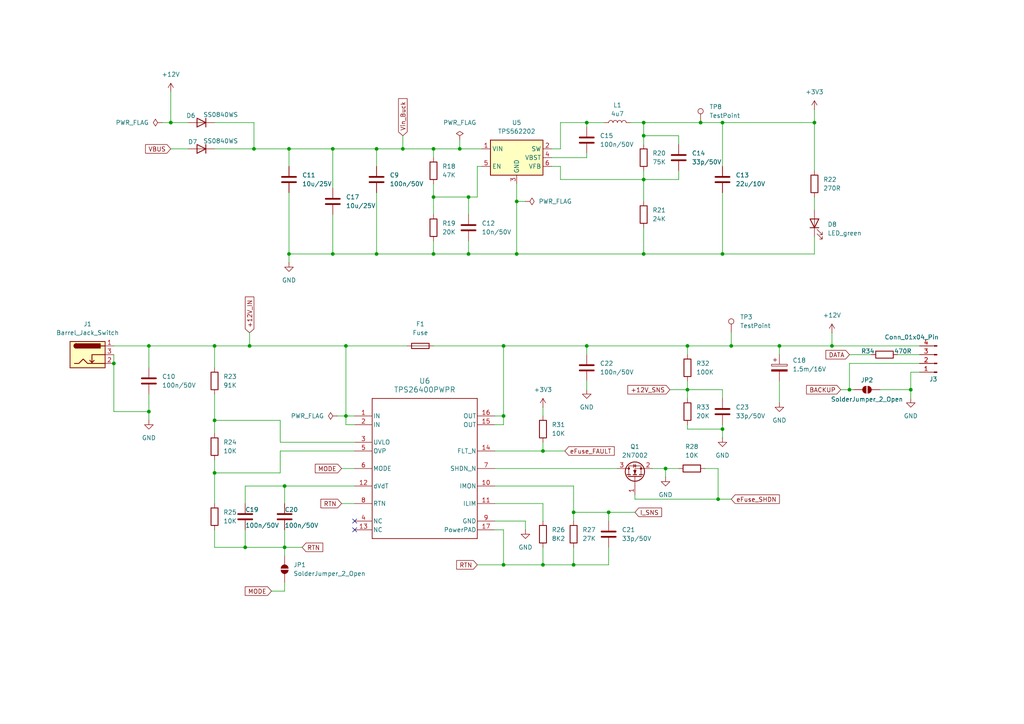
<source format=kicad_sch>
(kicad_sch (version 20250114) (generator "eeschema") (generator_version "9.0")
  (paper "A4")
  (title_block (title "Power and Regler"))
  (lib_symbols
    (symbol "2025-09-12_18-20-04:TPS26400PWPR" (pin_names (offset 0.254))
      (property "Reference" "U" (at 0 2.54 0))
      (property "Value" "TPS26400PWPR" (at 0 0 0))
      (symbol "TPS26400PWPR_0_1"
        (polyline (pts (xy 5.08 5.08) (xy 5.08 -35.56)) (stroke (width 0.2032)))
        (polyline (pts (xy 5.08 -35.56) (xy 35.56 -35.56)) (stroke (width 0.2032)))
        (polyline (pts (xy 35.56 5.08) (xy 5.08 5.08)) (stroke (width 0.2032)))
        (polyline (pts (xy 35.56 -35.56) (xy 35.56 5.08)) (stroke (width 0.2032)))
        (pin power_in line (at 0 0 0) (length 5.08) (name "IN") (number "1"))
        (pin power_in line (at 0 -2.54 0) (length 5.08) (name "IN") (number "2"))
        (pin unspecified line (at 0 -7.62 0) (length 5.08) (name "UVLO") (number "3"))
        (pin input line (at 0 -10.16 0) (length 5.08) (name "OVP") (number "5"))
        (pin input line (at 0 -15.24 0) (length 5.08) (name "MODE") (number "6"))
        (pin unspecified line (at 0 -20.32 0) (length 5.08) (name "dVdT") (number "12"))
        (pin unspecified line (at 0 -25.4 0) (length 5.08) (name "RTN") (number "8"))
        (pin unspecified line (at 0 -30.48 0) (length 5.08) (name "NC") (number "4"))
        (pin unspecified line (at 0 -33.02 0) (length 5.08) (name "NC") (number "13"))
        (pin power_in line (at 40.64 0 180) (length 5.08) (name "OUT") (number "16"))
        (pin power_in line (at 40.64 -2.54 180) (length 5.08) (name "OUT") (number "15"))
        (pin open_collector line (at 40.64 -10.16 180) (length 5.08) (name "FLT_N") (number "14"))
        (pin input line (at 40.64 -15.24 180) (length 5.08) (name "SHDN_N") (number "7"))
        (pin unspecified line (at 40.64 -20.32 180) (length 5.08) (name "IMON") (number "10"))
        (pin unspecified line (at 40.64 -25.4 180) (length 5.08) (name "ILIM") (number "11"))
        (pin power_in line (at 40.64 -30.48 180) (length 5.08) (name "GND") (number "9"))
        (pin unspecified line (at 40.64 -33.02 180) (length 5.08) (name "PowerPAD") (number "17"))
      )
    )
    (symbol "Connector:Barrel_Jack_Switch" (pin_names (hide yes))
      (property "Reference" "J" (at 0 5.334 0))
      (property "Value" "Barrel_Jack_Switch" (at 0 -5.08 0))
      (symbol "Barrel_Jack_Switch_0_1"
        (rectangle (start -5.08 3.81) (end 5.08 -3.81) (stroke (width 0.254)) (fill (type background)))
        (polyline (pts (xy -3.81 -2.54) (xy -2.54 -2.54) (xy -1.27 -1.27) (xy 0 -2.54) (xy 2.54 -2.54) (xy 5.08 -2.54)) (stroke (width 0.254)))
        (arc (start -3.302 1.905) (mid -3.9343 2.54) (end -3.302 3.175) (stroke (width 0.254)))
        (arc (start -3.302 1.905) (mid -3.9343 2.54) (end -3.302 3.175) (stroke (width 0.254)) (fill (type outline)))
        (polyline (pts (xy 1.27 -2.286) (xy 1.905 -1.651)) (stroke (width 0.254)))
        (rectangle (start 3.683 3.175) (end -3.302 1.905) (stroke (width 0.254)) (fill (type outline)))
        (polyline (pts (xy 5.08 2.54) (xy 3.81 2.54)) (stroke (width 0.254)))
        (polyline (pts (xy 5.08 0) (xy 1.27 0) (xy 1.27 -2.286) (xy 0.635 -1.651)) (stroke (width 0.254)))
      )
      (symbol "Barrel_Jack_Switch_1_1"
        (pin passive line (at 7.62 2.54 180) (length 2.54) (name "~") (number "1"))
        (pin passive line (at 7.62 0 180) (length 2.54) (name "~") (number "3"))
        (pin passive line (at 7.62 -2.54 180) (length 2.54) (name "~") (number "2"))
      )
    )
    (symbol "Connector:Conn_01x04_Pin" (pin_names (offset 1.016) (hide yes))
      (property "Reference" "J" (at 0 5.08 0))
      (property "Value" "Conn_01x04_Pin" (at 0 -7.62 0))
      (symbol "Conn_01x04_Pin_1_1"
        (rectangle (start 0.8636 2.667) (end 0 2.413) (stroke (width 0.1524)) (fill (type outline)))
        (rectangle (start 0.8636 0.127) (end 0 -0.127) (stroke (width 0.1524)) (fill (type outline)))
        (rectangle (start 0.8636 -2.413) (end 0 -2.667) (stroke (width 0.1524)) (fill (type outline)))
        (rectangle (start 0.8636 -4.953) (end 0 -5.207) (stroke (width 0.1524)) (fill (type outline)))
        (polyline (pts (xy 1.27 2.54) (xy 0.8636 2.54)) (stroke (width 0.1524)))
        (polyline (pts (xy 1.27 0) (xy 0.8636 0)) (stroke (width 0.1524)))
        (polyline (pts (xy 1.27 -2.54) (xy 0.8636 -2.54)) (stroke (width 0.1524)))
        (polyline (pts (xy 1.27 -5.08) (xy 0.8636 -5.08)) (stroke (width 0.1524)))
        (pin passive line (at 5.08 2.54 180) (length 3.81) (name "Pin_1") (number "1"))
        (pin passive line (at 5.08 0 180) (length 3.81) (name "Pin_2") (number "2"))
        (pin passive line (at 5.08 -2.54 180) (length 3.81) (name "Pin_3") (number "3"))
        (pin passive line (at 5.08 -5.08 180) (length 3.81) (name "Pin_4") (number "4"))
      )
    )
    (symbol "Connector:TestPoint" (pin_numbers (hide yes)) (pin_names (offset 0.762) (hide yes))
      (property "Reference" "TP" (at 0 6.858 0))
      (property "Value" "TestPoint" (at 0 5.08 0))
      (symbol "TestPoint_0_1"
        (circle (center 0 3.302) (radius 0.762))
      )
      (symbol "TestPoint_1_1"
        (pin passive line (at 0 0 90) (length 2.54) (name "1") (number "1"))
      )
    )
    (symbol "Device:C" (pin_numbers (hide yes)) (pin_names (offset 0.254))
      (property "Reference" "C" (at 0.635 2.54 0))
      (property "Value" "C" (at 0.635 -2.54 0))
      (symbol "C_0_1"
        (polyline (pts (xy -2.032 0.762) (xy 2.032 0.762)) (stroke (width 0.508)))
        (polyline (pts (xy -2.032 -0.762) (xy 2.032 -0.762)) (stroke (width 0.508)))
      )
      (symbol "C_1_1"
        (pin passive line (at 0 3.81 270) (length 2.794) (name "~") (number "1"))
        (pin passive line (at 0 -3.81 90) (length 2.794) (name "~") (number "2"))
      )
    )
    (symbol "Device:C_Polarized" (pin_numbers (hide yes)) (pin_names (offset 0.254))
      (property "Reference" "C" (at 0.635 2.54 0))
      (property "Value" "C_Polarized" (at 0.635 -2.54 0))
      (symbol "C_Polarized_0_1"
        (rectangle (start -2.286 0.508) (end 2.286 1.016))
        (polyline (pts (xy -1.778 2.286) (xy -0.762 2.286)))
        (polyline (pts (xy -1.27 2.794) (xy -1.27 1.778)))
        (rectangle (start 2.286 -0.508) (end -2.286 -1.016) (fill (type outline)))
      )
      (symbol "C_Polarized_1_1"
        (pin passive line (at 0 3.81 270) (length 2.794) (name "~") (number "1"))
        (pin passive line (at 0 -3.81 90) (length 2.794) (name "~") (number "2"))
      )
    )
    (symbol "Device:D" (pin_numbers (hide yes)) (pin_names (offset 1.016) (hide yes))
      (property "Reference" "D" (at 0 2.54 0))
      (property "Value" "D" (at 0 -2.54 0))
      (symbol "D_0_1"
        (polyline (pts (xy -1.27 1.27) (xy -1.27 -1.27)) (stroke (width 0.254)))
        (polyline (pts (xy 1.27 1.27) (xy 1.27 -1.27) (xy -1.27 0) (xy 1.27 1.27)) (stroke (width 0.254)))
        (polyline (pts (xy 1.27 0) (xy -1.27 0)))
      )
      (symbol "D_1_1"
        (pin passive line (at -3.81 0 0) (length 2.54) (name "K") (number "1"))
        (pin passive line (at 3.81 0 180) (length 2.54) (name "A") (number "2"))
      )
    )
    (symbol "Device:Fuse" (pin_numbers (hide yes)) (pin_names (offset 0))
      (property "Reference" "F" (at 2.032 0 90))
      (property "Value" "Fuse" (at -1.905 0 90))
      (symbol "Fuse_0_1"
        (rectangle (start -0.762 -2.54) (end 0.762 2.54) (stroke (width 0.254)))
        (polyline (pts (xy 0 2.54) (xy 0 -2.54)))
      )
      (symbol "Fuse_1_1"
        (pin passive line (at 0 3.81 270) (length 1.27) (name "~") (number "1"))
        (pin passive line (at 0 -3.81 90) (length 1.27) (name "~") (number "2"))
      )
    )
    (symbol "Device:L" (pin_numbers (hide yes)) (pin_names (offset 1.016) (hide yes))
      (property "Reference" "L" (at -1.27 0 90))
      (property "Value" "L" (at 1.905 0 90))
      (symbol "L_0_1"
        (arc (start 0 2.54) (mid 0.6323 1.905) (end 0 1.27))
        (arc (start 0 1.27) (mid 0.6323 0.635) (end 0 0))
        (arc (start 0 0) (mid 0.6323 -0.635) (end 0 -1.27))
        (arc (start 0 -1.27) (mid 0.6323 -1.905) (end 0 -2.54))
      )
      (symbol "L_1_1"
        (pin passive line (at 0 3.81 270) (length 1.27) (name "1") (number "1"))
        (pin passive line (at 0 -3.81 90) (length 1.27) (name "2") (number "2"))
      )
    )
    (symbol "Device:LED" (pin_numbers (hide yes)) (pin_names (offset 1.016) (hide yes))
      (property "Reference" "D" (at 0 2.54 0))
      (property "Value" "LED" (at 0 -2.54 0))
      (symbol "LED_0_1"
        (polyline (pts (xy -3.048 -0.762) (xy -4.572 -2.286) (xy -3.81 -2.286) (xy -4.572 -2.286) (xy -4.572 -1.524)))
        (polyline (pts (xy -1.778 -0.762) (xy -3.302 -2.286) (xy -2.54 -2.286) (xy -3.302 -2.286) (xy -3.302 -1.524)))
        (polyline (pts (xy -1.27 0) (xy 1.27 0)))
        (polyline (pts (xy -1.27 -1.27) (xy -1.27 1.27)) (stroke (width 0.254)))
        (polyline (pts (xy 1.27 -1.27) (xy 1.27 1.27) (xy -1.27 0) (xy 1.27 -1.27)) (stroke (width 0.254)))
      )
      (symbol "LED_1_1"
        (pin passive line (at -3.81 0 0) (length 2.54) (name "K") (number "1"))
        (pin passive line (at 3.81 0 180) (length 2.54) (name "A") (number "2"))
      )
    )
    (symbol "Device:R" (pin_numbers (hide yes)) (pin_names (offset 0))
      (property "Reference" "R" (at 2.032 0 90))
      (property "Value" "R" (at 0 0 90))
      (symbol "R_0_1"
        (rectangle (start -1.016 -2.54) (end 1.016 2.54) (stroke (width 0.254)))
      )
      (symbol "R_1_1"
        (pin passive line (at 0 3.81 270) (length 1.27) (name "~") (number "1"))
        (pin passive line (at 0 -3.81 90) (length 1.27) (name "~") (number "2"))
      )
    )
    (symbol "Jumper:SolderJumper_2_Open" (pin_numbers (hide yes)) (pin_names (offset 0) (hide yes)) (in_bom no)
      (property "Reference" "JP" (at 0 2.032 0))
      (property "Value" "SolderJumper_2_Open" (at 0 -2.54 0))
      (symbol "SolderJumper_2_Open_0_1"
        (polyline (pts (xy -0.254 1.016) (xy -0.254 -1.016)))
        (arc (start -0.254 -1.016) (mid -1.2656 0) (end -0.254 1.016))
        (arc (start -0.254 -1.016) (mid -1.2656 0) (end -0.254 1.016) (fill (type outline)))
        (arc (start 0.254 1.016) (mid 1.2656 0) (end 0.254 -1.016))
        (arc (start 0.254 1.016) (mid 1.2656 0) (end 0.254 -1.016) (fill (type outline)))
        (polyline (pts (xy 0.254 1.016) (xy 0.254 -1.016)))
      )
      (symbol "SolderJumper_2_Open_1_1"
        (pin passive line (at -3.81 0 0) (length 2.54) (name "A") (number "1"))
        (pin passive line (at 3.81 0 180) (length 2.54) (name "B") (number "2"))
      )
    )
    (symbol "Regulator_Switching:TPS562202"
      (property "Reference" "U" (at -7.62 6.35 0))
      (property "Value" "TPS562202" (at -2.54 6.35 0))
      (symbol "TPS562202_0_1"
        (rectangle (start -7.62 5.08) (end 7.62 -5.08) (stroke (width 0.254)) (fill (type background)))
      )
      (symbol "TPS562202_1_1"
        (pin power_in line (at -10.16 2.54 0) (length 2.54) (name "VIN") (number "1"))
        (pin input line (at -10.16 -2.54 0) (length 2.54) (name "EN") (number "5"))
        (pin power_in line (at 0 -7.62 90) (length 2.54) (name "GND") (number "3"))
        (pin output line (at 10.16 2.54 180) (length 2.54) (name "SW") (number "2"))
        (pin passive line (at 10.16 0 180) (length 2.54) (name "VBST") (number "4"))
        (pin input line (at 10.16 -2.54 180) (length 2.54) (name "VFB") (number "6"))
      )
    )
    (symbol "Transistor_FET:2N7002" (pin_names (hide yes))
      (property "Reference" "Q" (at 5.08 1.905 0))
      (property "Value" "2N7002" (at 5.08 0 0))
      (symbol "2N7002_0_1"
        (polyline (pts (xy 0.254 1.905) (xy 0.254 -1.905)) (stroke (width 0.254)))
        (polyline (pts (xy 0.254 0) (xy -2.54 0)))
        (polyline (pts (xy 0.762 2.286) (xy 0.762 1.27)) (stroke (width 0.254)))
        (polyline (pts (xy 0.762 0.508) (xy 0.762 -0.508)) (stroke (width 0.254)))
        (polyline (pts (xy 0.762 -1.27) (xy 0.762 -2.286)) (stroke (width 0.254)))
        (polyline (pts (xy 0.762 -1.778) (xy 3.302 -1.778) (xy 3.302 1.778) (xy 0.762 1.778)))
        (polyline (pts (xy 1.016 0) (xy 2.032 0.381) (xy 2.032 -0.381) (xy 1.016 0)) (fill (type outline)))
        (circle (center 1.651 0) (radius 2.794) (stroke (width 0.254)))
        (polyline (pts (xy 2.54 2.54) (xy 2.54 1.778)))
        (circle (center 2.54 1.778) (radius 0.254) (fill (type outline)))
        (circle (center 2.54 -1.778) (radius 0.254) (fill (type outline)))
        (polyline (pts (xy 2.54 -2.54) (xy 2.54 0) (xy 0.762 0)))
        (polyline (pts (xy 2.794 0.508) (xy 2.921 0.381) (xy 3.683 0.381) (xy 3.81 0.254)))
        (polyline (pts (xy 3.302 0.381) (xy 2.921 -0.254) (xy 3.683 -0.254) (xy 3.302 0.381)))
      )
      (symbol "2N7002_1_1"
        (pin input line (at -5.08 0 0) (length 2.54) (name "G") (number "1"))
        (pin passive line (at 2.54 5.08 270) (length 2.54) (name "D") (number "3"))
        (pin passive line (at 2.54 -5.08 90) (length 2.54) (name "S") (number "2"))
      )
    )
    (symbol "power:+12V" (power) (pin_numbers (hide yes)) (pin_names (offset 0) (hide yes))
      (property "Value" "+12V" (at 0 3.556 0))
      (symbol "+12V_0_1"
        (polyline (pts (xy -0.762 1.27) (xy 0 2.54)))
        (polyline (pts (xy 0 2.54) (xy 0.762 1.27)))
        (polyline (pts (xy 0 0) (xy 0 2.54)))
      )
      (symbol "+12V_1_1"
        (pin power_in line (at 0 0 90) (length 0) (name "~") (number "1"))
      )
    )
    (symbol "power:+3.3V" (power) (pin_numbers (hide yes)) (pin_names (offset 0) (hide yes))
      (property "Value" "+3.3V" (at 0 3.556 0))
      (symbol "+3.3V_0_1"
        (polyline (pts (xy -0.762 1.27) (xy 0 2.54)))
        (polyline (pts (xy 0 2.54) (xy 0.762 1.27)))
        (polyline (pts (xy 0 0) (xy 0 2.54)))
      )
      (symbol "+3.3V_1_1"
        (pin power_in line (at 0 0 90) (length 0) (name "~") (number "1"))
      )
    )
    (symbol "power:GND" (power) (pin_numbers (hide yes)) (pin_names (offset 0) (hide yes))
      (property "Value" "GND" (at 0 -3.81 0))
      (symbol "GND_0_1"
        (polyline (pts (xy 0 0) (xy 0 -1.27) (xy 1.27 -1.27) (xy 0 -2.54) (xy -1.27 -1.27) (xy 0 -1.27)))
      )
      (symbol "GND_1_1"
        (pin power_in line (at 0 0 270) (length 0) (name "~") (number "1"))
      )
    )
    (symbol "power:PWR_FLAG" (power) (pin_numbers (hide yes)) (pin_names (offset 0) (hide yes))
      (property "Value" "PWR_FLAG" (at 0 3.81 0))
      (symbol "PWR_FLAG_0_0"
        (pin power_out line (at 0 0 90) (length 0) (name "~") (number "1"))
      )
      (symbol "PWR_FLAG_0_1"
        (polyline (pts (xy 0 0) (xy 0 1.27) (xy -1.016 1.905) (xy 0 2.54) (xy 1.016 1.905) (xy 0 1.27)))
      )
    )
  )
  (junction (at 116.84 43.18))
  (junction (at 209.55 73.66))
  (junction (at 125.73 73.66))
  (junction (at 62.23 121.92))
  (junction (at 72.39 100.33))
  (junction (at 203.2 35.56))
  (junction (at 236.22 35.56))
  (junction (at 82.55 140.97))
  (junction (at 33.02 105.41))
  (junction (at 71.12 158.75))
  (junction (at 133.35 43.18))
  (junction (at 157.48 163.83))
  (junction (at 149.86 58.42))
  (junction (at 73.66 43.18))
  (junction (at 83.82 73.66))
  (junction (at 246.38 113.03))
  (junction (at 199.39 113.03))
  (junction (at 83.82 43.18))
  (junction (at 193.04 135.89))
  (junction (at 146.05 120.65))
  (junction (at 264.16 113.03))
  (junction (at 100.33 100.33))
  (junction (at 109.22 43.18))
  (junction (at 176.53 148.59))
  (junction (at 100.33 120.65))
  (junction (at 170.18 35.56))
  (junction (at 135.89 73.66))
  (junction (at 186.69 52.07))
  (junction (at 170.18 100.33))
  (junction (at 49.53 35.56))
  (junction (at 43.18 119.38))
  (junction (at 109.22 73.66))
  (junction (at 135.89 57.15))
  (junction (at 62.23 137.16))
  (junction (at 166.37 148.59))
  (junction (at 186.69 39.37))
  (junction (at 125.73 43.18))
  (junction (at 43.18 100.33))
  (junction (at 146.05 100.33))
  (junction (at 96.52 73.66))
  (junction (at 241.3 100.33))
  (junction (at 209.55 35.56))
  (junction (at 146.05 163.83))
  (junction (at 62.23 100.33))
  (junction (at 186.69 35.56))
  (junction (at 208.28 144.78))
  (junction (at 157.48 130.81))
  (junction (at 125.73 57.15))
  (junction (at 226.06 100.33))
  (junction (at 166.37 163.83))
  (junction (at 186.69 73.66))
  (junction (at 96.52 43.18))
  (junction (at 82.55 158.75))
  (junction (at 149.86 73.66))
  (junction (at 209.55 124.46))
  (junction (at 199.39 100.33))
  (junction (at 212.09 100.33))
  (no_connect (at 102.87 151.13))
  (no_connect (at 102.87 153.67))
  (wire (pts (xy 203.2 35.56) (xy 209.55 35.56)))
  (wire (pts (xy 83.82 43.18) (xy 96.52 43.18)))
  (wire (pts (xy 83.82 73.66) (xy 83.82 76.2)))
  (wire (pts (xy 162.56 48.26) (xy 162.56 52.07)))
  (wire (pts (xy 125.73 57.15) (xy 125.73 62.23)))
  (wire (pts (xy 182.88 35.56) (xy 186.69 35.56)))
  (wire (pts (xy 143.51 146.05) (xy 157.48 146.05)))
  (wire (pts (xy 160.02 48.26) (xy 162.56 48.26)))
  (wire (pts (xy 72.39 96.52) (xy 72.39 100.33)))
  (wire (pts (xy 125.73 100.33) (xy 146.05 100.33)))
  (wire (pts (xy 162.56 43.18) (xy 160.02 43.18)))
  (wire (pts (xy 96.52 54.61) (xy 96.52 43.18)))
  (wire (pts (xy 82.55 140.97) (xy 82.55 146.05)))
  (wire (pts (xy 260.35 102.87) (xy 266.7 102.87)))
  (wire (pts (xy 176.53 158.75) (xy 176.53 163.83)))
  (wire (pts (xy 33.02 102.87) (xy 33.02 105.41)))
  (wire (pts (xy 146.05 120.65) (xy 146.05 123.19)))
  (wire (pts (xy 100.33 120.65) (xy 100.33 100.33)))
  (wire (pts (xy 146.05 100.33) (xy 146.05 120.65)))
  (wire (pts (xy 152.4 58.42) (xy 149.86 58.42)))
  (wire (pts (xy 208.28 135.89) (xy 204.47 135.89)))
  (wire (pts (xy 199.39 100.33) (xy 199.39 102.87)))
  (wire (pts (xy 49.53 43.18) (xy 54.61 43.18)))
  (wire (pts (xy 83.82 55.88) (xy 83.82 73.66)))
  (wire (pts (xy 166.37 158.75) (xy 166.37 163.83)))
  (wire (pts (xy 199.39 110.49) (xy 199.39 113.03)))
  (wire (pts (xy 170.18 35.56) (xy 175.26 35.56)))
  (wire (pts (xy 109.22 73.66) (xy 125.73 73.66)))
  (wire (pts (xy 170.18 44.45) (xy 170.18 45.72)))
  (wire (pts (xy 82.55 158.75) (xy 82.55 161.29)))
  (wire (pts (xy 62.23 137.16) (xy 62.23 146.05)))
  (wire (pts (xy 266.7 105.41) (xy 246.38 105.41)))
  (wire (pts (xy 135.89 57.15) (xy 125.73 57.15)))
  (wire (pts (xy 170.18 100.33) (xy 170.18 102.87)))
  (wire (pts (xy 72.39 100.33) (xy 100.33 100.33)))
  (wire (pts (xy 83.82 48.26) (xy 83.82 43.18)))
  (wire (pts (xy 62.23 100.33) (xy 72.39 100.33)))
  (wire (pts (xy 186.69 35.56) (xy 186.69 39.37)))
  (wire (pts (xy 209.55 73.66) (xy 236.22 73.66)))
  (wire (pts (xy 157.48 128.27) (xy 157.48 130.81)))
  (wire (pts (xy 146.05 163.83) (xy 138.43 163.83)))
  (wire (pts (xy 186.69 49.53) (xy 186.69 52.07)))
  (wire (pts (xy 170.18 35.56) (xy 170.18 36.83)))
  (wire (pts (xy 176.53 151.13) (xy 176.53 148.59)))
  (wire (pts (xy 152.4 151.13) (xy 152.4 153.67)))
  (wire (pts (xy 62.23 133.35) (xy 62.23 137.16)))
  (wire (pts (xy 226.06 110.49) (xy 226.06 116.84)))
  (wire (pts (xy 143.51 153.67) (xy 146.05 153.67)))
  (wire (pts (xy 62.23 35.56) (xy 73.66 35.56)))
  (wire (pts (xy 196.85 52.07) (xy 186.69 52.07)))
  (wire (pts (xy 62.23 137.16) (xy 81.28 137.16)))
  (wire (pts (xy 209.55 115.57) (xy 209.55 113.03)))
  (wire (pts (xy 209.55 124.46) (xy 209.55 123.19)))
  (wire (pts (xy 97.79 120.65) (xy 100.33 120.65)))
  (wire (pts (xy 209.55 124.46) (xy 209.55 127)))
  (wire (pts (xy 209.55 113.03) (xy 199.39 113.03)))
  (wire (pts (xy 125.73 43.18) (xy 133.35 43.18)))
  (wire (pts (xy 146.05 123.19) (xy 143.51 123.19)))
  (wire (pts (xy 264.16 107.95) (xy 266.7 107.95)))
  (wire (pts (xy 264.16 113.03) (xy 264.16 107.95)))
  (wire (pts (xy 166.37 163.83) (xy 176.53 163.83)))
  (wire (pts (xy 166.37 140.97) (xy 166.37 148.59)))
  (wire (pts (xy 71.12 140.97) (xy 71.12 146.05)))
  (wire (pts (xy 149.86 53.34) (xy 149.86 58.42)))
  (wire (pts (xy 43.18 119.38) (xy 43.18 121.92)))
  (wire (pts (xy 236.22 68.58) (xy 236.22 73.66)))
  (wire (pts (xy 71.12 158.75) (xy 82.55 158.75)))
  (wire (pts (xy 143.51 140.97) (xy 166.37 140.97)))
  (wire (pts (xy 33.02 105.41) (xy 33.02 119.38)))
  (wire (pts (xy 143.51 135.89) (xy 179.07 135.89)))
  (wire (pts (xy 81.28 130.81) (xy 81.28 137.16)))
  (wire (pts (xy 226.06 100.33) (xy 241.3 100.33)))
  (wire (pts (xy 160.02 45.72) (xy 170.18 45.72)))
  (wire (pts (xy 186.69 52.07) (xy 186.69 58.42)))
  (wire (pts (xy 146.05 100.33) (xy 170.18 100.33)))
  (wire (pts (xy 73.66 35.56) (xy 73.66 43.18)))
  (wire (pts (xy 157.48 130.81) (xy 163.83 130.81)))
  (wire (pts (xy 100.33 120.65) (xy 100.33 123.19)))
  (wire (pts (xy 241.3 96.52) (xy 241.3 100.33)))
  (wire (pts (xy 116.84 43.18) (xy 125.73 43.18)))
  (wire (pts (xy 193.04 135.89) (xy 193.04 138.43)))
  (wire (pts (xy 102.87 120.65) (xy 100.33 120.65)))
  (wire (pts (xy 100.33 123.19) (xy 102.87 123.19)))
  (wire (pts (xy 189.23 135.89) (xy 193.04 135.89)))
  (wire (pts (xy 133.35 43.18) (xy 139.7 43.18)))
  (wire (pts (xy 49.53 26.67) (xy 49.53 35.56)))
  (wire (pts (xy 209.55 55.88) (xy 209.55 73.66)))
  (wire (pts (xy 125.73 43.18) (xy 125.73 45.72)))
  (wire (pts (xy 102.87 128.27) (xy 81.28 128.27)))
  (wire (pts (xy 33.02 100.33) (xy 43.18 100.33)))
  (wire (pts (xy 62.23 158.75) (xy 71.12 158.75)))
  (wire (pts (xy 143.51 151.13) (xy 152.4 151.13)))
  (wire (pts (xy 96.52 62.23) (xy 96.52 73.66)))
  (wire (pts (xy 43.18 114.3) (xy 43.18 119.38)))
  (wire (pts (xy 99.06 135.89) (xy 102.87 135.89)))
  (wire (pts (xy 226.06 100.33) (xy 226.06 102.87)))
  (wire (pts (xy 62.23 121.92) (xy 62.23 125.73)))
  (wire (pts (xy 43.18 100.33) (xy 43.18 106.68)))
  (wire (pts (xy 96.52 73.66) (xy 109.22 73.66)))
  (wire (pts (xy 199.39 100.33) (xy 212.09 100.33)))
  (wire (pts (xy 96.52 43.18) (xy 109.22 43.18)))
  (wire (pts (xy 170.18 100.33) (xy 199.39 100.33)))
  (wire (pts (xy 81.28 128.27) (xy 81.28 121.92)))
  (wire (pts (xy 82.55 171.45) (xy 78.74 171.45)))
  (wire (pts (xy 139.7 48.26) (xy 138.43 48.26)))
  (wire (pts (xy 135.89 57.15) (xy 135.89 62.23)))
  (wire (pts (xy 170.18 110.49) (xy 170.18 113.03)))
  (wire (pts (xy 212.09 100.33) (xy 226.06 100.33)))
  (wire (pts (xy 100.33 100.33) (xy 118.11 100.33)))
  (wire (pts (xy 196.85 41.91) (xy 196.85 39.37)))
  (wire (pts (xy 83.82 73.66) (xy 96.52 73.66)))
  (wire (pts (xy 236.22 57.15) (xy 236.22 60.96)))
  (wire (pts (xy 212.09 96.52) (xy 212.09 100.33)))
  (wire (pts (xy 135.89 69.85) (xy 135.89 73.66)))
  (wire (pts (xy 199.39 113.03) (xy 199.39 115.57)))
  (wire (pts (xy 236.22 35.56) (xy 236.22 49.53)))
  (wire (pts (xy 146.05 153.67) (xy 146.05 163.83)))
  (wire (pts (xy 125.73 73.66) (xy 135.89 73.66)))
  (wire (pts (xy 82.55 153.67) (xy 82.55 158.75)))
  (wire (pts (xy 199.39 123.19) (xy 199.39 124.46)))
  (wire (pts (xy 196.85 39.37) (xy 186.69 39.37)))
  (wire (pts (xy 264.16 113.03) (xy 264.16 115.57)))
  (wire (pts (xy 138.43 48.26) (xy 138.43 57.15)))
  (wire (pts (xy 62.23 153.67) (xy 62.23 158.75)))
  (wire (pts (xy 162.56 35.56) (xy 170.18 35.56)))
  (wire (pts (xy 209.55 35.56) (xy 236.22 35.56)))
  (wire (pts (xy 81.28 121.92) (xy 62.23 121.92)))
  (wire (pts (xy 143.51 120.65) (xy 146.05 120.65)))
  (wire (pts (xy 149.86 58.42) (xy 149.86 73.66)))
  (wire (pts (xy 125.73 57.15) (xy 125.73 53.34)))
  (wire (pts (xy 99.06 146.05) (xy 102.87 146.05)))
  (wire (pts (xy 157.48 146.05) (xy 157.48 151.13)))
  (wire (pts (xy 157.48 118.11) (xy 157.48 120.65)))
  (wire (pts (xy 138.43 57.15) (xy 135.89 57.15)))
  (wire (pts (xy 157.48 158.75) (xy 157.48 163.83)))
  (wire (pts (xy 62.23 43.18) (xy 73.66 43.18)))
  (wire (pts (xy 184.15 144.78) (xy 208.28 144.78)))
  (wire (pts (xy 71.12 153.67) (xy 71.12 158.75)))
  (wire (pts (xy 208.28 144.78) (xy 212.09 144.78)))
  (wire (pts (xy 125.73 69.85) (xy 125.73 73.66)))
  (wire (pts (xy 255.27 113.03) (xy 264.16 113.03)))
  (wire (pts (xy 162.56 52.07) (xy 186.69 52.07)))
  (wire (pts (xy 33.02 119.38) (xy 43.18 119.38)))
  (wire (pts (xy 194.31 113.03) (xy 199.39 113.03)))
  (wire (pts (xy 62.23 100.33) (xy 62.23 106.68)))
  (wire (pts (xy 199.39 124.46) (xy 209.55 124.46)))
  (wire (pts (xy 196.85 49.53) (xy 196.85 52.07)))
  (wire (pts (xy 109.22 55.88) (xy 109.22 73.66)))
  (wire (pts (xy 193.04 135.89) (xy 196.85 135.89)))
  (wire (pts (xy 246.38 102.87) (xy 252.73 102.87)))
  (wire (pts (xy 209.55 35.56) (xy 209.55 48.26)))
  (wire (pts (xy 82.55 168.91) (xy 82.55 171.45)))
  (wire (pts (xy 186.69 39.37) (xy 186.69 41.91)))
  (wire (pts (xy 162.56 35.56) (xy 162.56 43.18)))
  (wire (pts (xy 184.15 143.51) (xy 184.15 144.78)))
  (wire (pts (xy 236.22 31.75) (xy 236.22 35.56)))
  (wire (pts (xy 82.55 158.75) (xy 87.63 158.75)))
  (wire (pts (xy 246.38 105.41) (xy 246.38 113.03)))
  (wire (pts (xy 102.87 130.81) (xy 81.28 130.81)))
  (wire (pts (xy 166.37 163.83) (xy 157.48 163.83)))
  (wire (pts (xy 46.99 35.56) (xy 49.53 35.56)))
  (wire (pts (xy 82.55 140.97) (xy 71.12 140.97)))
  (wire (pts (xy 43.18 100.33) (xy 62.23 100.33)))
  (wire (pts (xy 82.55 140.97) (xy 102.87 140.97)))
  (wire (pts (xy 62.23 114.3) (xy 62.23 121.92)))
  (wire (pts (xy 143.51 130.81) (xy 157.48 130.81)))
  (wire (pts (xy 243.84 113.03) (xy 246.38 113.03)))
  (wire (pts (xy 186.69 35.56) (xy 203.2 35.56)))
  (wire (pts (xy 208.28 144.78) (xy 208.28 135.89)))
  (wire (pts (xy 49.53 35.56) (xy 54.61 35.56)))
  (wire (pts (xy 241.3 100.33) (xy 266.7 100.33)))
  (wire (pts (xy 109.22 43.18) (xy 116.84 43.18)))
  (wire (pts (xy 186.69 66.04) (xy 186.69 73.66)))
  (wire (pts (xy 133.35 40.64) (xy 133.35 43.18)))
  (wire (pts (xy 149.86 73.66) (xy 186.69 73.66)))
  (wire (pts (xy 186.69 73.66) (xy 209.55 73.66)))
  (wire (pts (xy 246.38 113.03) (xy 247.65 113.03)))
  (wire (pts (xy 166.37 148.59) (xy 176.53 148.59)))
  (wire (pts (xy 176.53 148.59) (xy 184.15 148.59)))
  (wire (pts (xy 135.89 73.66) (xy 149.86 73.66)))
  (wire (pts (xy 109.22 48.26) (xy 109.22 43.18)))
  (wire (pts (xy 157.48 163.83) (xy 146.05 163.83)))
  (wire (pts (xy 116.84 39.37) (xy 116.84 43.18)))
  (wire (pts (xy 166.37 148.59) (xy 166.37 151.13)))
  (wire (pts (xy 73.66 43.18) (xy 83.82 43.18)))
  (global_label "BACKUP" (shape input) (at 243.84 113.03 180) (property "Intersheetrefs" "${INTERSHEET_REFS}" (effects (hide yes))))
  (global_label "eFuse_FAULT" (shape input) (at 163.83 130.81 0) (property "Intersheetrefs" "${INTERSHEET_REFS}" (effects (hide yes))))
  (global_label "RTN" (shape input) (at 87.63 158.75 0) (property "Intersheetrefs" "${INTERSHEET_REFS}" (effects (hide yes))))
  (global_label "eFuse_SHDN" (shape input) (at 212.09 144.78 0) (property "Intersheetrefs" "${INTERSHEET_REFS}" (effects (hide yes))))
  (global_label "MODE" (shape input) (at 78.74 171.45 180) (property "Intersheetrefs" "${INTERSHEET_REFS}" (effects (hide yes))))
  (global_label "VBUS" (shape input) (at 49.53 43.18 180) (property "Intersheetrefs" "${INTERSHEET_REFS}" (effects (hide yes))))
  (global_label "+12V_IN" (shape input) (at 72.39 96.52 90) (property "Intersheetrefs" "${INTERSHEET_REFS}" (effects (hide yes))))
  (global_label "MODE" (shape input) (at 99.06 135.89 180) (property "Intersheetrefs" "${INTERSHEET_REFS}" (effects (hide yes))))
  (global_label "RTN" (shape input) (at 138.43 163.83 180) (property "Intersheetrefs" "${INTERSHEET_REFS}" (effects (hide yes))))
  (global_label "RTN" (shape input) (at 99.06 146.05 180) (property "Intersheetrefs" "${INTERSHEET_REFS}" (effects (hide yes))))
  (global_label "I_SNS" (shape input) (at 184.15 148.59 0) (property "Intersheetrefs" "${INTERSHEET_REFS}" (effects (hide yes))))
  (global_label "+12V_SNS" (shape input) (at 194.31 113.03 180) (property "Intersheetrefs" "${INTERSHEET_REFS}" (effects (hide yes))))
  (global_label "DATA" (shape input) (at 246.38 102.87 180) (property "Intersheetrefs" "${INTERSHEET_REFS}" (effects (hide yes))))
  (global_label "Vin_Buck" (shape input) (at 116.84 39.37 90) (property "Intersheetrefs" "${INTERSHEET_REFS}" (effects (hide yes))))
  (symbol (lib_id "Transistor_FET:2N7002") (at 184.15 138.43 90) (unit 1)
    (property "Reference" "Q1" (at 184.15 129.54 90))
    (property "Value" "2N7002" (at 184.15 132.08 90))
    (property "Footprint" "Package_TO_SOT_SMD:SOT-23" (effects (hide yes)))
    (property "Datasheet" "https://www.onsemi.com/pub/Collateral/NDS7002A-D.PDF" (effects (hide yes)))
    (property "Description" "0.115A Id, 60V Vds, N-Channel MOSFET, SOT-23" (effects (hide yes)))
    (property "MPN" "637-2N7002" (effects (hide yes)))
  )
  (symbol (lib_id "Device:C") (at 209.55 52.07 0) (unit 1)
    (property "Reference" "C13" (at 213.36 50.7999 0) (effects (justify left)))
    (property "Value" "22u/10V" (at 213.36 53.3399 0) (effects (justify left)))
    (property "Footprint" "Capacitor_SMD:C_1206_3216Metric" (effects (hide yes)))
    (property "Datasheet" "https://search.murata.co.jp/Ceramy/image/img/A01X/G101/ENG/GRM31CR71A226KE15-01.pdf" (effects (hide yes)))
    (property "Description" "Unpolarized capacitor" (effects (hide yes)))
    (property "MPN" "81-GRM31CR71A226K15L" (effects (hide yes)))
  )
  (symbol (lib_id "Device:C") (at 82.55 149.86 180) (unit 1)
    (property "Reference" "C20" (at 82.55 147.828 0) (effects (justify right)))
    (property "Value" "100n/50V" (at 82.55 152.4 0) (effects (justify right)))
    (property "Footprint" "Capacitor_SMD:C_0603_1608Metric" (effects (hide yes)))
    (property "Description" "Unpolarized capacitor" (effects (hide yes)))
  )
  (symbol (lib_id "Device:C") (at 170.18 106.68 0) (unit 1)
    (property "Reference" "C22" (at 173.99 105.4099 0) (effects (justify left)))
    (property "Value" "100n/50V" (at 173.99 107.9499 0) (effects (justify left)))
    (property "Footprint" "Capacitor_SMD:C_0603_1608Metric" (effects (hide yes)))
    (property "Description" "Unpolarized capacitor" (effects (hide yes)))
  )
  (symbol (lib_id "Device:Fuse") (at 121.92 100.33 90) (unit 1)
    (property "Reference" "F1" (at 121.92 93.98 90))
    (property "Value" "Fuse" (at 121.92 96.52 90))
    (property "Footprint" "Fuse:Fuse_1206_3216Metric" (effects (hide yes)))
    (property "Description" "Fuse" (effects (hide yes)))
  )
  (symbol (lib_id "Connector:Conn_01x04_Pin") (at 271.78 105.41 180) (unit 1)
    (property "Reference" "J3" (at 269.494 109.982 0) (effects (justify right)))
    (property "Value" "Conn_01x04_Pin" (at 256.54 97.79 0) (effects (justify right)))
    (property "Footprint" "Connector_JST:JST_XH_B4B-XH-A_1x04_P2.50mm_Vertical" (effects (hide yes)))
    (property "Datasheet" "https://www.jst-mfg.com/product/pdf/eng/eXH.pdf" (effects (hide yes)))
    (property "Description" "Generic connector, single row, 01x04, script generated" (effects (hide yes)))
    (property "MPN" "B4B-XH-AM" (effects (hide yes)))
  )
  (symbol (lib_id "power:+3.3V") (at 157.48 118.11 0) (unit 1)
    (property "Reference" "#PWR07" (effects (hide yes)))
    (property "Value" "+3V3" (at 157.48 113.03 0))
    (property "Description" "Power symbol creates a global label with name \"+3.3V\"" (effects (hide yes)))
  )
  (symbol (lib_id "Device:R") (at 125.73 66.04 0) (unit 1)
    (property "Reference" "R19" (at 128.27 64.7699 0) (effects (justify left)))
    (property "Value" "20K" (at 128.27 67.3099 0) (effects (justify left)))
    (property "Footprint" "Resistor_SMD:R_0603_1608Metric" (effects (hide yes)))
    (property "Description" "Resistor" (effects (hide yes)))
  )
  (symbol (lib_id "Device:C") (at 96.52 58.42 0) (unit 1)
    (property "Reference" "C17" (at 100.33 57.1499 0) (effects (justify left)))
    (property "Value" "10u/25V" (at 100.33 59.6899 0) (effects (justify left)))
    (property "Footprint" "Capacitor_SMD:C_1206_3216Metric" (effects (hide yes)))
    (property "Description" "Unpolarized capacitor" (effects (hide yes)))
  )
  (symbol (lib_id "Device:R") (at 186.69 45.72 0) (unit 1)
    (property "Reference" "R20" (at 189.23 44.4499 0) (effects (justify left)))
    (property "Value" "75K" (at 189.23 46.9899 0) (effects (justify left)))
    (property "Footprint" "Resistor_SMD:R_0603_1608Metric" (effects (hide yes)))
    (property "Description" "Resistor" (effects (hide yes)))
  )
  (symbol (lib_id "Connector:TestPoint") (at 212.09 96.52 0) (unit 1)
    (property "Reference" "TP3" (at 214.63 91.9479 0) (effects (justify left)))
    (property "Value" "TestPoint" (at 214.63 94.4879 0) (effects (justify left)))
    (property "Footprint" "TestPoint:TestPoint_Pad_D1.0mm" (effects (hide yes)))
    (property "Description" "test point" (effects (hide yes)))
  )
  (symbol (lib_id "power:PWR_FLAG") (at 133.35 40.64 0) (unit 1)
    (property "Reference" "#FLG02" (effects (hide yes)))
    (property "Value" "PWR_FLAG" (at 133.35 35.56 0))
    (property "Description" "Special symbol for telling ERC where power comes from" (effects (hide yes)))
  )
  (symbol (lib_id "Device:R") (at 62.23 129.54 0) (unit 1)
    (property "Reference" "R24" (at 64.77 128.2699 0) (effects (justify left)))
    (property "Value" "10K" (at 64.77 130.8099 0) (effects (justify left)))
    (property "Footprint" "Resistor_SMD:R_0603_1608Metric" (effects (hide yes)))
    (property "Description" "Resistor" (effects (hide yes)))
  )
  (symbol (lib_id "power:PWR_FLAG") (at 46.99 35.56 90) (unit 1)
    (property "Reference" "#FLG01" (effects (hide yes)))
    (property "Value" "PWR_FLAG" (at 43.18 35.5599 90) (effects (justify left)))
    (property "Description" "Special symbol for telling ERC where power comes from" (effects (hide yes)))
  )
  (symbol (lib_id "Device:R") (at 199.39 106.68 180) (unit 1)
    (property "Reference" "R32" (at 201.93 105.4099 0) (effects (justify right)))
    (property "Value" "100K" (at 201.93 107.9499 0) (effects (justify right)))
    (property "Footprint" "Resistor_SMD:R_0603_1608Metric" (effects (hide yes)))
    (property "Description" "Resistor" (effects (hide yes)))
  )
  (symbol (lib_id "Device:C") (at 71.12 149.86 180) (unit 1)
    (property "Reference" "C19" (at 71.12 147.828 0) (effects (justify right)))
    (property "Value" "100n/50V" (at 71.12 152.4 0) (effects (justify right)))
    (property "Footprint" "Capacitor_SMD:C_0603_1608Metric" (effects (hide yes)))
    (property "Description" "Unpolarized capacitor" (effects (hide yes)))
  )
  (symbol (lib_id "Device:R") (at 199.39 119.38 180) (unit 1)
    (property "Reference" "R33" (at 201.93 118.1099 0) (effects (justify right)))
    (property "Value" "20K" (at 201.93 120.6499 0) (effects (justify right)))
    (property "Footprint" "Resistor_SMD:R_0603_1608Metric" (effects (hide yes)))
    (property "Description" "Resistor" (effects (hide yes)))
  )
  (symbol (lib_id "Device:R") (at 157.48 124.46 180) (unit 1)
    (property "Reference" "R31" (at 160.02 123.1899 0) (effects (justify right)))
    (property "Value" "10K" (at 160.02 125.7299 0) (effects (justify right)))
    (property "Footprint" "Resistor_SMD:R_0603_1608Metric" (effects (hide yes)))
    (property "Description" "Resistor" (effects (hide yes)))
  )
  (symbol (lib_id "power:+12V") (at 49.53 26.67 0) (unit 1)
    (property "Reference" "#PWR017" (effects (hide yes)))
    (property "Value" "+12V" (at 49.53 21.59 0))
    (property "Description" "Power symbol creates a global label with name \"+12V\"" (effects (hide yes)))
  )
  (symbol (lib_id "Device:LED") (at 236.22 64.77 90) (unit 1)
    (property "Reference" "D8" (at 240.03 65.0874 90) (effects (justify right)))
    (property "Value" "LED_green" (at 240.03 67.6274 90) (effects (justify right)))
    (property "Footprint" "LED_SMD:LED_0603_1608Metric" (effects (hide yes)))
    (property "Datasheet" "https://www.we-online.com/components/products/datasheet/150060VS75000.pdf" (effects (hide yes)))
    (property "Description" "Light emitting diode" (effects (hide yes)))
    (property "Sim.Pins" "1=K 2=A" (effects (hide yes)))
    (property "MPN" "710-150060VS75000" (effects (hide yes)))
  )
  (symbol (lib_id "power:PWR_FLAG") (at 152.4 58.42 270) (unit 1)
    (property "Reference" "#FLG03" (effects (hide yes)))
    (property "Value" "PWR_FLAG" (at 156.21 58.4199 90) (effects (justify left)))
    (property "Description" "Special symbol for telling ERC where power comes from" (effects (hide yes)))
  )
  (symbol (lib_id "Device:R") (at 62.23 110.49 0) (unit 1)
    (property "Reference" "R23" (at 64.77 109.2199 0) (effects (justify left)))
    (property "Value" "91K" (at 64.77 111.7599 0) (effects (justify left)))
    (property "Footprint" "Resistor_SMD:R_0603_1608Metric" (effects (hide yes)))
    (property "Description" "Resistor" (effects (hide yes)))
  )
  (symbol (lib_id "power:GND") (at 264.16 115.57 0) (unit 1)
    (property "Reference" "#PWR033" (effects (hide yes)))
    (property "Value" "GND" (at 264.16 120.65 0))
    (property "Description" "Power symbol creates a global label with name \"GND\" , ground" (effects (hide yes)))
  )
  (symbol (lib_id "Device:R") (at 200.66 135.89 270) (unit 1)
    (property "Reference" "R28" (at 200.66 129.54 90))
    (property "Value" "10K" (at 200.66 132.08 90))
    (property "Footprint" "Resistor_SMD:R_0603_1608Metric" (effects (hide yes)))
    (property "Description" "Resistor" (effects (hide yes)))
  )
  (symbol (lib_id "Connector:Barrel_Jack_Switch") (at 25.4 102.87 0) (unit 1)
    (property "Reference" "J1" (at 25.4 93.98 0))
    (property "Value" "Barrel_Jack_Switch" (at 25.4 96.52 0))
    (property "Footprint" "Connector_BarrelJack:BarrelJack_GCT_DCJ200-10-A_Horizontal" (effects (hide yes)))
    (property "Datasheet" "https://gct.co/files/specs/dcj200-10-spec.pdf" (effects (hide yes)))
    (property "Description" "DC Barrel Jack with an internal switch" (effects (hide yes)))
    (property "MPN" "640-DCJ200-10-A-K1-K" (effects (hide yes)))
  )
  (symbol (lib_id "power:+12V") (at 241.3 96.52 0) (unit 1)
    (property "Reference" "#PWR021" (effects (hide yes)))
    (property "Value" "+12V" (at 241.3 91.44 0))
    (property "Description" "Power symbol creates a global label with name \"+12V\"" (effects (hide yes)))
  )
  (symbol (lib_id "Device:R") (at 256.54 102.87 270) (unit 1)
    (property "Reference" "R34" (at 251.714 101.854 90))
    (property "Value" "470R" (at 261.874 101.854 90))
    (property "Footprint" "Resistor_SMD:R_0603_1608Metric" (effects (hide yes)))
    (property "Description" "Resistor" (effects (hide yes)))
  )
  (symbol (lib_id "Device:C") (at 209.55 119.38 0) (unit 1)
    (property "Reference" "C23" (at 213.36 118.1099 0) (effects (justify left)))
    (property "Value" "33p/50V" (at 213.36 120.6499 0) (effects (justify left)))
    (property "Footprint" "Capacitor_SMD:C_0603_1608Metric" (effects (hide yes)))
    (property "Description" "Unpolarized capacitor" (effects (hide yes)))
  )
  (symbol (lib_id "Device:L") (at 179.07 35.56 90) (unit 1)
    (property "Reference" "L1" (at 179.07 30.48 90))
    (property "Value" "4u7" (at 179.07 33.02 90))
    (property "Footprint" "74437358033:WE-LHMI_8040_PW5" (effects (hide yes)))
    (property "Datasheet" "https://www.we-online.com/components/products/datasheet/74437358033.pdf" (effects (hide yes)))
    (property "Description" "Inductor" (effects (hide yes)))
    (property "MPN" "74437358033" (effects (hide yes)))
  )
  (symbol (lib_id "Device:R") (at 157.48 154.94 180) (unit 1)
    (property "Reference" "R26" (at 160.02 153.6699 0) (effects (justify right)))
    (property "Value" "8K2" (at 160.02 156.2099 0) (effects (justify right)))
    (property "Footprint" "Resistor_SMD:R_0603_1608Metric" (effects (hide yes)))
    (property "Description" "Resistor" (effects (hide yes)))
  )
  (symbol (lib_id "Jumper:SolderJumper_2_Open") (at 251.46 113.03 0) (unit 1) (in_bom no)
    (property "Reference" "JP2" (at 251.46 110.236 0))
    (property "Value" "SolderJumper_2_Open" (at 251.46 115.824 0))
    (property "Footprint" "Jumper:SolderJumper-2_P1.3mm_Open_Pad1.0x1.5mm" (effects (hide yes)))
    (property "Description" "Solder Jumper, 2-pole, open" (effects (hide yes)))
  )
  (symbol (lib_id "power:GND") (at 43.18 121.92 0) (unit 1)
    (property "Reference" "#PWR022" (effects (hide yes)))
    (property "Value" "GND" (at 43.18 127 0))
    (property "Description" "Power symbol creates a global label with name \"GND\" , ground" (effects (hide yes)))
  )
  (symbol (lib_id "power:PWR_FLAG") (at 97.79 120.65 90) (unit 1)
    (property "Reference" "#FLG06" (effects (hide yes)))
    (property "Value" "PWR_FLAG" (at 93.98 120.6499 90) (effects (justify left)))
    (property "Description" "Special symbol for telling ERC where power comes from" (effects (hide yes)))
  )
  (symbol (lib_id "Connector:TestPoint") (at 203.2 35.56 0) (unit 1)
    (property "Reference" "TP8" (at 205.74 30.9879 0) (effects (justify left)))
    (property "Value" "TestPoint" (at 205.74 33.5279 0) (effects (justify left)))
    (property "Footprint" "TestPoint:TestPoint_Pad_D1.0mm" (effects (hide yes)))
    (property "Description" "test point" (effects (hide yes)))
  )
  (symbol (lib_id "power:GND") (at 170.18 113.03 0) (unit 1)
    (property "Reference" "#PWR09" (effects (hide yes)))
    (property "Value" "GND" (at 170.18 118.11 0))
    (property "Description" "Power symbol creates a global label with name \"GND\" , ground" (effects (hide yes)))
  )
  (symbol (lib_id "power:GND") (at 83.82 76.2 0) (unit 1)
    (property "Reference" "#PWR031" (effects (hide yes)))
    (property "Value" "GND" (at 83.82 81.28 0))
    (property "Description" "Power symbol creates a global label with name \"GND\" , ground" (effects (hide yes)))
  )
  (symbol (lib_id "Device:D") (at 58.42 35.56 180) (unit 1)
    (property "Reference" "D6" (at 55.372 33.528 0))
    (property "Value" "SS0840WS" (at 64.008 33.274 0))
    (property "Footprint" "Diode_SMD:D_SOD-323F" (effects (hide yes)))
    (property "Datasheet" "https://www.panjit.com.tw/upload/datasheet/SS0840WS.pdf" (effects (hide yes)))
    (property "Description" "Diode" (effects (hide yes)))
    (property "Sim.Device" "D" (effects (hide yes)))
    (property "Sim.Pins" "1=K 2=A" (effects (hide yes)))
    (property "MPN" "241-SS0840WSR100001" (effects (hide yes)))
  )
  (symbol (lib_id "Device:C") (at 109.22 52.07 0) (unit 1)
    (property "Reference" "C9" (at 113.03 50.7999 0) (effects (justify left)))
    (property "Value" "100n/50V" (at 113.03 53.3399 0) (effects (justify left)))
    (property "Footprint" "Capacitor_SMD:C_0603_1608Metric" (effects (hide yes)))
    (property "Description" "Unpolarized capacitor" (effects (hide yes)))
  )
  (symbol (lib_id "Device:R") (at 166.37 154.94 0) (unit 1)
    (property "Reference" "R27" (at 168.91 153.6699 0) (effects (justify left)))
    (property "Value" "27K" (at 168.91 156.2099 0) (effects (justify left)))
    (property "Footprint" "Resistor_SMD:R_0603_1608Metric" (effects (hide yes)))
    (property "Description" "Resistor" (effects (hide yes)))
  )
  (symbol (lib_id "Device:C") (at 83.82 52.07 0) (unit 1)
    (property "Reference" "C11" (at 87.63 50.7999 0) (effects (justify left)))
    (property "Value" "10u/25V" (at 87.63 53.3399 0) (effects (justify left)))
    (property "Footprint" "Capacitor_SMD:C_1206_3216Metric" (effects (hide yes)))
    (property "Description" "Unpolarized capacitor" (effects (hide yes)))
  )
  (symbol (lib_id "Device:C") (at 170.18 40.64 0) (unit 1)
    (property "Reference" "C15" (at 173.99 39.3699 0) (effects (justify left)))
    (property "Value" "100n/50V" (at 173.99 41.9099 0) (effects (justify left)))
    (property "Footprint" "Capacitor_SMD:C_0603_1608Metric" (effects (hide yes)))
    (property "Description" "Unpolarized capacitor" (effects (hide yes)))
  )
  (symbol (lib_id "Device:C") (at 196.85 45.72 0) (unit 1)
    (property "Reference" "C14" (at 200.66 44.4499 0) (effects (justify left)))
    (property "Value" "33p/50V" (at 200.66 46.9899 0) (effects (justify left)))
    (property "Footprint" "Capacitor_SMD:C_0603_1608Metric" (effects (hide yes)))
    (property "Description" "Unpolarized capacitor" (effects (hide yes)))
  )
  (symbol (lib_id "Device:C_Polarized") (at 226.06 106.68 0) (unit 1)
    (property "Reference" "C18" (at 229.87 104.5209 0) (effects (justify left)))
    (property "Value" "1.5m/16V" (at 229.87 107.0609 0) (effects (justify left)))
    (property "Footprint" "Capacitor_THT:CP_Radial_D10.0mm_P5.00mm_P7.50mm" (effects (hide yes)))
    (property "Datasheet" "https://www.we-online.com/components/products/datasheet/860020375019.pdf" (effects (hide yes)))
    (property "Description" "Polarized capacitor" (effects (hide yes)))
    (property "MPN" "710-860020375019" (effects (hide yes)))
  )
  (symbol (lib_id "power:GND") (at 193.04 138.43 0) (unit 1)
    (property "Reference" "#PWR05" (effects (hide yes)))
    (property "Value" "GND" (at 193.04 143.51 0))
    (property "Description" "Power symbol creates a global label with name \"GND\" , ground" (effects (hide yes)))
  )
  (symbol (lib_id "power:GND") (at 226.06 116.84 0) (unit 1)
    (property "Reference" "#PWR020" (effects (hide yes)))
    (property "Value" "GND" (at 226.06 121.92 0))
    (property "Description" "Power symbol creates a global label with name \"GND\" , ground" (effects (hide yes)))
  )
  (symbol (lib_id "2025-09-12_18-20-04:TPS26400PWPR") (at 102.87 120.65 0) (unit 1)
    (property "Reference" "U6" (at 123.19 110.49 0) (effects (font (size 1.524 1.524))))
    (property "Value" "TPS26400PWPR" (at 123.19 113.03 0) (effects (font (size 1.524 1.524))))
    (property "Footprint" "footprints:PWP0016H-IPC_A" (effects (hide yes)))
    (property "Datasheet" "https://www.ti.com/lit/gpn/tps2640" (effects (hide yes)))
    (property "MPN" "595-TPS26400PWPR" (effects (hide yes)))
  )
  (symbol (lib_id "Device:C") (at 43.18 110.49 0) (unit 1)
    (property "Reference" "C10" (at 46.99 109.2199 0) (effects (justify left)))
    (property "Value" "100n/50V" (at 46.99 111.7599 0) (effects (justify left)))
    (property "Footprint" "Capacitor_SMD:C_0603_1608Metric" (effects (hide yes)))
    (property "Description" "Unpolarized capacitor" (effects (hide yes)))
  )
  (symbol (lib_id "Regulator_Switching:TPS562202") (at 149.86 45.72 0) (unit 1)
    (property "Reference" "U5" (at 149.86 35.56 0))
    (property "Value" "TPS562202" (at 149.86 38.1 0))
    (property "Footprint" "Package_TO_SOT_SMD:SOT-563" (effects (hide yes)))
    (property "Datasheet" "https://www.ti.com/lit/gpn/tps562202" (effects (hide yes)))
    (property "Description" "2A Synchronous Step-Down Voltage Regulator 580kHz, adjustable output voltage, 4.5-17V Input Voltage, 0.804V-7V Output Voltage, SOT-563" (effects (hide yes)))
    (property "MPN" "TPS562202DRLR" (effects (hide yes)))
  )
  (symbol (lib_id "power:+3.3V") (at 236.22 31.75 0) (unit 1)
    (property "Reference" "#PWR018" (effects (hide yes)))
    (property "Value" "+3V3" (at 236.22 26.67 0))
    (property "Description" "Power symbol creates a global label with name \"+3.3V\"" (effects (hide yes)))
  )
  (symbol (lib_id "power:GND") (at 152.4 153.67 0) (unit 1)
    (property "Reference" "#PWR04" (effects (hide yes)))
    (property "Value" "GND" (at 152.4 158.75 0))
    (property "Description" "Power symbol creates a global label with name \"GND\" , ground" (effects (hide yes)))
  )
  (symbol (lib_id "Device:R") (at 62.23 149.86 0) (unit 1)
    (property "Reference" "R25" (at 64.77 148.5899 0) (effects (justify left)))
    (property "Value" "10K" (at 64.77 151.1299 0) (effects (justify left)))
    (property "Footprint" "Resistor_SMD:R_0603_1608Metric" (effects (hide yes)))
    (property "Description" "Resistor" (effects (hide yes)))
  )
  (symbol (lib_id "power:GND") (at 209.55 127 0) (unit 1)
    (property "Reference" "#PWR010" (effects (hide yes)))
    (property "Value" "GND" (at 209.55 132.08 0))
    (property "Description" "Power symbol creates a global label with name \"GND\" , ground" (effects (hide yes)))
  )
  (symbol (lib_id "Device:C") (at 135.89 66.04 0) (unit 1)
    (property "Reference" "C12" (at 139.7 64.7699 0) (effects (justify left)))
    (property "Value" "10n/50V" (at 139.7 67.3099 0) (effects (justify left)))
    (property "Footprint" "Capacitor_SMD:C_1206_3216Metric" (effects (hide yes)))
    (property "Description" "Unpolarized capacitor" (effects (hide yes)))
  )
  (symbol (lib_id "Device:C") (at 176.53 154.94 0) (unit 1)
    (property "Reference" "C21" (at 180.34 153.6699 0) (effects (justify left)))
    (property "Value" "33p/50V" (at 180.34 156.2099 0) (effects (justify left)))
    (property "Footprint" "Capacitor_SMD:C_0603_1608Metric" (effects (hide yes)))
    (property "Description" "Unpolarized capacitor" (effects (hide yes)))
  )
  (symbol (lib_id "Device:R") (at 125.73 49.53 0) (unit 1)
    (property "Reference" "R18" (at 128.27 48.2599 0) (effects (justify left)))
    (property "Value" "47K" (at 128.27 50.7999 0) (effects (justify left)))
    (property "Footprint" "Resistor_SMD:R_0603_1608Metric" (effects (hide yes)))
    (property "Description" "Resistor" (effects (hide yes)))
  )
  (symbol (lib_id "Device:R") (at 236.22 53.34 0) (unit 1)
    (property "Reference" "R22" (at 238.76 52.0699 0) (effects (justify left)))
    (property "Value" "270R" (at 238.76 54.6099 0) (effects (justify left)))
    (property "Footprint" "Resistor_SMD:R_0603_1608Metric" (effects (hide yes)))
    (property "Description" "Resistor" (effects (hide yes)))
  )
  (symbol (lib_id "Jumper:SolderJumper_2_Open") (at 82.55 165.1 90) (unit 1) (in_bom no)
    (property "Reference" "JP1" (at 85.09 163.8299 90) (effects (justify right)))
    (property "Value" "SolderJumper_2_Open" (at 85.09 166.3699 90) (effects (justify right)))
    (property "Footprint" "Jumper:SolderJumper-2_P1.3mm_Open_Pad1.0x1.5mm" (effects (hide yes)))
    (property "Description" "Solder Jumper, 2-pole, open" (effects (hide yes)))
  )
  (symbol (lib_id "Device:R") (at 186.69 62.23 0) (unit 1)
    (property "Reference" "R21" (at 189.23 60.9599 0) (effects (justify left)))
    (property "Value" "24K" (at 189.23 63.4999 0) (effects (justify left)))
    (property "Footprint" "Resistor_SMD:R_0603_1608Metric" (effects (hide yes)))
    (property "Description" "Resistor" (effects (hide yes)))
  )
  (symbol (lib_id "Device:D") (at 58.42 43.18 180) (unit 1)
    (property "Reference" "D7" (at 55.88 41.148 0))
    (property "Value" "SS0840WS" (at 64.008 40.894 0))
    (property "Footprint" "Diode_SMD:D_SOD-323F" (effects (hide yes)))
    (property "Datasheet" "https://www.panjit.com.tw/upload/datasheet/SS0840WS.pdf" (effects (hide yes)))
    (property "Description" "Diode" (effects (hide yes)))
    (property "Sim.Device" "D" (effects (hide yes)))
    (property "Sim.Pins" "1=K 2=A" (effects (hide yes)))
    (property "MPN" "241-SS0840WSR100001" (effects (hide yes)))
  )
)
</source>
